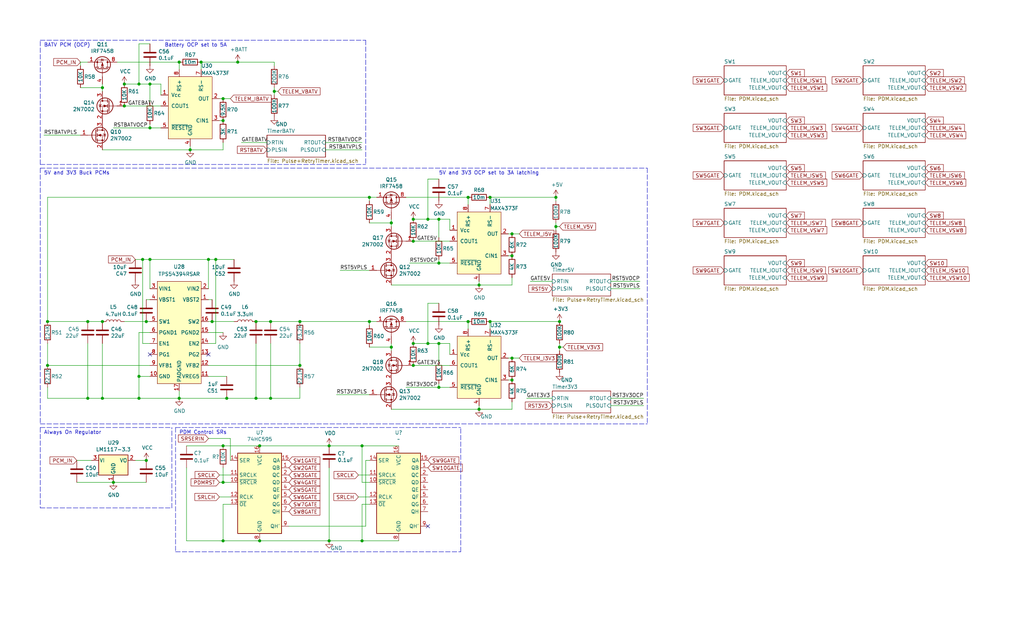
<source format=kicad_sch>
(kicad_sch (version 20211123) (generator eeschema)
  (paper "USLegal")
  (title_block (title "TJ Custom EPS") (rev "0.1") (company "TJHSST Nanosatellite Club") (comment 1 "Power Conditioning Master Sheet") (comment 2 "Uses buck converters to produce 3V3, 5V. Also provides a constant 3.3V VCC") (comment 3 "PDMs are included on this sheet") (comment 4 "Engineer: Alan Hsu"))
  (junction (at 95.25 31.75))
  (junction (at 77.47 41.91))
  (junction (at 135.89 120.65))
  (junction (at 166.37 142.24))
  (junction (at 143.51 83.82))
  (junction (at 162.56 68.58))
  (junction (at 69.85 21.59))
  (junction (at 128.27 111.76))
  (junction (at 50.8 160.02))
  (junction (at 170.18 111.76))
  (junction (at 62.23 138.43))
  (junction (at 52.07 44.45))
  (junction (at 148.59 119.38))
  (junction (at 39.37 167.64))
  (junction (at 93.98 138.43))
  (junction (at 166.37 99.06))
  (junction (at 143.51 119.38))
  (junction (at 148.59 76.2))
  (junction (at 177.8 81.28))
  (junction (at 48.26 29.21))
  (junction (at 90.17 187.96))
  (junction (at 104.14 127))
  (junction (at 114.3 154.94))
  (junction (at 177.8 132.08))
  (junction (at 152.4 91.44))
  (junction (at 152.4 134.62))
  (junction (at 49.53 90.17))
  (junction (at 82.55 21.59))
  (junction (at 135.89 77.47))
  (junction (at 152.4 119.38))
  (junction (at 73.66 111.76))
  (junction (at 35.56 30.48))
  (junction (at 143.51 127))
  (junction (at 162.56 111.76))
  (junction (at 128.27 68.58))
  (junction (at 90.17 154.94))
  (junction (at 177.8 88.9))
  (junction (at 88.9 111.76))
  (junction (at 62.23 21.59))
  (junction (at 72.39 90.17))
  (junction (at 77.47 167.64))
  (junction (at 16.51 127))
  (junction (at 16.51 111.76))
  (junction (at 48.26 138.43))
  (junction (at 194.31 120.65))
  (junction (at 35.56 138.43))
  (junction (at 114.3 187.96))
  (junction (at 52.07 90.17))
  (junction (at 52.07 29.21))
  (junction (at 66.04 52.07))
  (junction (at 30.48 111.76))
  (junction (at 43.18 29.21))
  (junction (at 35.56 111.76))
  (junction (at 50.8 111.76))
  (junction (at 43.18 36.83))
  (junction (at 170.18 68.58))
  (junction (at 125.73 154.94))
  (junction (at 143.51 76.2))
  (junction (at 194.31 111.76))
  (junction (at 48.26 130.81))
  (junction (at 125.73 187.96))
  (junction (at 93.98 111.76))
  (junction (at 77.47 187.96))
  (junction (at 30.48 138.43))
  (junction (at 193.04 68.58))
  (junction (at 177.8 124.46))
  (junction (at 152.4 76.2))
  (junction (at 104.14 111.76))
  (junction (at 193.04 78.74))
  (junction (at 77.47 154.94))
  (junction (at 77.47 34.29))
  (junction (at 88.9 138.43))
  (junction (at 78.74 138.43))
  (junction (at 74.93 90.17))
  (no_connect (at 52.07 123.19))
  (no_connect (at 72.39 123.19))
  (no_connect (at 148.59 182.88))
  (wire (pts (xy 72.39 127) (xy 104.14 127)))
  (polyline (pts (xy 60.96 191.77) (xy 160.02 191.77)))
  (wire (pts (xy 88.9 119.38) (xy 88.9 138.43)))
  (wire (pts (xy 72.39 130.81) (xy 78.74 130.81)))
  (wire (pts (xy 16.51 111.76) (xy 30.48 111.76)))
  (wire (pts (xy 16.51 138.43) (xy 30.48 138.43)))
  (wire (pts (xy 170.18 71.12) (xy 170.18 68.58)))
  (wire (pts (xy 72.39 119.38) (xy 74.93 119.38)))
  (polyline (pts (xy 127 13.97) (xy 127 57.15)))
  (wire (pts (xy 135.89 142.24) (xy 166.37 142.24)))
  (wire (pts (xy 152.4 91.44) (xy 152.4 90.17)))
  (wire (pts (xy 50.8 104.14) (xy 52.07 104.14)))
  (wire (pts (xy 114.3 154.94) (xy 125.73 154.94)))
  (wire (pts (xy 62.23 135.89) (xy 62.23 138.43)))
  (wire (pts (xy 76.2 167.64) (xy 77.47 167.64)))
  (wire (pts (xy 77.47 162.56) (xy 77.47 167.64)))
  (wire (pts (xy 52.07 29.21) (xy 52.07 35.56)))
  (wire (pts (xy 43.18 111.76) (xy 50.8 111.76)))
  (wire (pts (xy 73.66 111.76) (xy 81.28 111.76)))
  (wire (pts (xy 16.51 119.38) (xy 16.51 127)))
  (wire (pts (xy 43.18 36.83) (xy 55.88 36.83)))
  (wire (pts (xy 156.21 119.38) (xy 156.21 123.19)))
  (polyline (pts (xy 13.97 57.15) (xy 127 57.15)))
  (wire (pts (xy 135.89 77.47) (xy 135.89 76.2)))
  (wire (pts (xy 64.77 162.56) (xy 64.77 187.96)))
  (wire (pts (xy 95.25 21.59) (xy 82.55 21.59)))
  (wire (pts (xy 30.48 111.76) (xy 35.56 111.76)))
  (wire (pts (xy 148.59 76.2) (xy 152.4 76.2)))
  (wire (pts (xy 212.09 100.33) (xy 222.25 100.33)))
  (wire (pts (xy 80.01 165.1) (xy 76.2 165.1)))
  (wire (pts (xy 49.53 119.38) (xy 52.07 119.38)))
  (wire (pts (xy 62.23 138.43) (xy 78.74 138.43)))
  (wire (pts (xy 48.26 115.57) (xy 52.07 115.57)))
  (wire (pts (xy 64.77 187.96) (xy 77.47 187.96)))
  (wire (pts (xy 162.56 114.3) (xy 162.56 111.76)))
  (polyline (pts (xy 224.79 58.42) (xy 224.79 147.32)))
  (wire (pts (xy 49.53 90.17) (xy 49.53 119.38)))
  (wire (pts (xy 177.8 132.08) (xy 176.53 132.08)))
  (wire (pts (xy 152.4 76.2) (xy 156.21 76.2)))
  (wire (pts (xy 77.47 154.94) (xy 90.17 154.94)))
  (wire (pts (xy 80.01 175.26) (xy 77.47 175.26)))
  (wire (pts (xy 27.94 22.86) (xy 27.94 21.59)))
  (wire (pts (xy 212.09 138.43) (xy 223.52 138.43)))
  (wire (pts (xy 48.26 29.21) (xy 52.07 29.21)))
  (wire (pts (xy 77.47 41.91) (xy 76.2 41.91)))
  (wire (pts (xy 40.64 21.59) (xy 62.23 21.59)))
  (wire (pts (xy 77.47 187.96) (xy 90.17 187.96)))
  (wire (pts (xy 128.27 172.72) (xy 124.46 172.72)))
  (polyline (pts (xy 13.97 147.32) (xy 224.79 147.32)))
  (wire (pts (xy 162.56 71.12) (xy 162.56 68.58)))
  (polyline (pts (xy 13.97 57.15) (xy 13.97 13.97)))
  (wire (pts (xy 125.73 175.26) (xy 125.73 187.96)))
  (wire (pts (xy 69.85 21.59) (xy 82.55 21.59)))
  (wire (pts (xy 16.51 68.58) (xy 128.27 68.58)))
  (wire (pts (xy 43.18 29.21) (xy 48.26 29.21)))
  (wire (pts (xy 142.24 91.44) (xy 152.4 91.44)))
  (wire (pts (xy 128.27 175.26) (xy 125.73 175.26)))
  (wire (pts (xy 180.34 81.28) (xy 177.8 81.28)))
  (wire (pts (xy 127 160.02) (xy 128.27 160.02)))
  (polyline (pts (xy 59.69 176.53) (xy 59.69 148.59)))
  (wire (pts (xy 49.53 90.17) (xy 52.07 90.17)))
  (wire (pts (xy 148.59 119.38) (xy 152.4 119.38)))
  (wire (pts (xy 128.27 137.16) (xy 116.84 137.16)))
  (wire (pts (xy 48.26 29.21) (xy 48.26 15.24)))
  (wire (pts (xy 125.73 167.64) (xy 125.73 154.94)))
  (polyline (pts (xy 13.97 58.42) (xy 224.79 58.42)))
  (wire (pts (xy 113.03 52.07) (xy 125.73 52.07)))
  (wire (pts (xy 48.26 15.24) (xy 52.07 15.24)))
  (wire (pts (xy 104.14 134.62) (xy 104.14 138.43)))
  (wire (pts (xy 212.09 97.79) (xy 222.25 97.79)))
  (wire (pts (xy 52.07 44.45) (xy 52.07 43.18)))
  (wire (pts (xy 152.4 134.62) (xy 152.4 133.35)))
  (wire (pts (xy 80.01 34.29) (xy 77.47 34.29)))
  (wire (pts (xy 128.27 69.85) (xy 128.27 68.58)))
  (wire (pts (xy 194.31 120.65) (xy 194.31 121.92)))
  (wire (pts (xy 27.94 21.59) (xy 30.48 21.59)))
  (wire (pts (xy 35.56 31.75) (xy 35.56 30.48)))
  (wire (pts (xy 30.48 138.43) (xy 30.48 119.38)))
  (wire (pts (xy 93.98 111.76) (xy 104.14 111.76)))
  (wire (pts (xy 39.37 44.45) (xy 52.07 44.45)))
  (wire (pts (xy 114.3 162.56) (xy 114.3 187.96)))
  (wire (pts (xy 166.37 99.06) (xy 177.8 99.06)))
  (wire (pts (xy 184.15 97.79) (xy 191.77 97.79)))
  (polyline (pts (xy 60.96 148.59) (xy 160.02 148.59)))
  (wire (pts (xy 72.39 104.14) (xy 73.66 104.14)))
  (wire (pts (xy 176.53 81.28) (xy 177.8 81.28)))
  (wire (pts (xy 166.37 142.24) (xy 177.8 142.24)))
  (wire (pts (xy 152.4 119.38) (xy 152.4 125.73)))
  (wire (pts (xy 128.27 120.65) (xy 135.89 120.65)))
  (wire (pts (xy 152.4 76.2) (xy 152.4 82.55)))
  (wire (pts (xy 177.8 88.9) (xy 176.53 88.9)))
  (wire (pts (xy 72.39 90.17) (xy 72.39 100.33)))
  (wire (pts (xy 35.56 30.48) (xy 35.56 29.21)))
  (wire (pts (xy 48.26 130.81) (xy 52.07 130.81)))
  (wire (pts (xy 69.85 24.13) (xy 69.85 21.59)))
  (wire (pts (xy 52.07 29.21) (xy 55.88 29.21)))
  (wire (pts (xy 90.17 154.94) (xy 114.3 154.94)))
  (wire (pts (xy 176.53 124.46) (xy 177.8 124.46)))
  (wire (pts (xy 166.37 97.79) (xy 166.37 99.06)))
  (wire (pts (xy 76.2 34.29) (xy 77.47 34.29)))
  (wire (pts (xy 104.14 119.38) (xy 104.14 127)))
  (wire (pts (xy 74.93 90.17) (xy 81.28 90.17)))
  (wire (pts (xy 48.26 138.43) (xy 48.26 130.81)))
  (wire (pts (xy 128.27 68.58) (xy 130.81 68.58)))
  (wire (pts (xy 113.03 49.53) (xy 125.73 49.53)))
  (wire (pts (xy 31.75 160.02) (xy 26.67 160.02)))
  (polyline (pts (xy 160.02 191.77) (xy 160.02 148.59)))
  (polyline (pts (xy 13.97 176.53) (xy 59.69 176.53)))
  (polyline (pts (xy 13.97 58.42) (xy 13.97 147.32)))
  (wire (pts (xy 138.43 154.94) (xy 125.73 154.94)))
  (wire (pts (xy 143.51 76.2) (xy 148.59 76.2)))
  (wire (pts (xy 128.27 165.1) (xy 124.46 165.1)))
  (wire (pts (xy 27.94 30.48) (xy 35.56 30.48)))
  (wire (pts (xy 193.04 77.47) (xy 193.04 78.74)))
  (wire (pts (xy 52.07 100.33) (xy 52.07 90.17)))
  (wire (pts (xy 182.88 138.43) (xy 191.77 138.43)))
  (wire (pts (xy 90.17 187.96) (xy 114.3 187.96)))
  (wire (pts (xy 95.25 30.48) (xy 95.25 31.75)))
  (wire (pts (xy 83.82 49.53) (xy 92.71 49.53)))
  (wire (pts (xy 135.89 121.92) (xy 135.89 120.65)))
  (wire (pts (xy 80.01 172.72) (xy 76.2 172.72)))
  (wire (pts (xy 52.07 90.17) (xy 72.39 90.17)))
  (wire (pts (xy 48.26 138.43) (xy 62.23 138.43)))
  (wire (pts (xy 80.01 167.64) (xy 77.47 167.64)))
  (wire (pts (xy 95.25 22.86) (xy 95.25 21.59)))
  (wire (pts (xy 128.27 111.76) (xy 130.81 111.76)))
  (wire (pts (xy 80.01 160.02) (xy 80.01 152.4)))
  (wire (pts (xy 39.37 167.64) (xy 50.8 167.64)))
  (wire (pts (xy 128.27 167.64) (xy 125.73 167.64)))
  (wire (pts (xy 156.21 134.62) (xy 152.4 134.62)))
  (wire (pts (xy 80.01 152.4) (xy 72.39 152.4)))
  (wire (pts (xy 77.47 49.53) (xy 77.47 52.07)))
  (wire (pts (xy 100.33 182.88) (xy 127 182.88)))
  (wire (pts (xy 140.97 68.58) (xy 162.56 68.58)))
  (wire (pts (xy 35.56 138.43) (xy 30.48 138.43)))
  (wire (pts (xy 88.9 138.43) (xy 78.74 138.43)))
  (wire (pts (xy 77.47 175.26) (xy 77.47 187.96)))
  (wire (pts (xy 135.89 78.74) (xy 135.89 77.47)))
  (wire (pts (xy 143.51 83.82) (xy 156.21 83.82)))
  (wire (pts (xy 93.98 138.43) (xy 88.9 138.43)))
  (wire (pts (xy 193.04 78.74) (xy 194.31 78.74)))
  (wire (pts (xy 114.3 187.96) (xy 125.73 187.96)))
  (wire (pts (xy 143.51 127) (xy 156.21 127)))
  (wire (pts (xy 26.67 167.64) (xy 39.37 167.64)))
  (wire (pts (xy 27.94 46.99) (xy 15.24 46.99)))
  (wire (pts (xy 16.51 127) (xy 52.07 127)))
  (wire (pts (xy 48.26 115.57) (xy 48.26 130.81)))
  (wire (pts (xy 148.59 105.41) (xy 152.4 105.41)))
  (wire (pts (xy 148.59 76.2) (xy 148.59 62.23)))
  (wire (pts (xy 177.8 96.52) (xy 177.8 99.06)))
  (wire (pts (xy 194.31 120.65) (xy 195.58 120.65)))
  (wire (pts (xy 35.56 52.07) (xy 66.04 52.07)))
  (polyline (pts (xy 13.97 148.59) (xy 59.69 148.59)))
  (wire (pts (xy 55.88 29.21) (xy 55.88 33.02)))
  (wire (pts (xy 135.89 120.65) (xy 135.89 119.38)))
  (wire (pts (xy 156.21 91.44) (xy 152.4 91.44)))
  (wire (pts (xy 104.14 111.76) (xy 128.27 111.76)))
  (wire (pts (xy 16.51 111.76) (xy 16.51 68.58)))
  (wire (pts (xy 140.97 111.76) (xy 162.56 111.76)))
  (wire (pts (xy 193.04 78.74) (xy 193.04 80.01)))
  (wire (pts (xy 212.09 140.97) (xy 223.52 140.97)))
  (wire (pts (xy 66.04 50.8) (xy 66.04 52.07)))
  (wire (pts (xy 177.8 139.7) (xy 177.8 142.24)))
  (wire (pts (xy 128.27 93.98) (xy 118.11 93.98)))
  (wire (pts (xy 170.18 68.58) (xy 193.04 68.58)))
  (wire (pts (xy 128.27 113.03) (xy 128.27 111.76)))
  (wire (pts (xy 193.04 69.85) (xy 193.04 68.58)))
  (polyline (pts (xy 13.97 148.59) (xy 13.97 176.53)))
  (wire (pts (xy 166.37 140.97) (xy 166.37 142.24)))
  (wire (pts (xy 35.56 119.38) (xy 35.56 138.43)))
  (wire (pts (xy 88.9 111.76) (xy 93.98 111.76)))
  (wire (pts (xy 50.8 111.76) (xy 52.07 111.76)))
  (wire (pts (xy 180.34 124.46) (xy 177.8 124.46)))
  (polyline (pts (xy 13.97 13.97) (xy 127 13.97)))
  (wire (pts (xy 46.99 160.02) (xy 50.8 160.02)))
  (wire (pts (xy 104.14 138.43) (xy 93.98 138.43)))
  (wire (pts (xy 148.59 62.23) (xy 152.4 62.23)))
  (wire (pts (xy 156.21 76.2) (xy 156.21 80.01)))
  (wire (pts (xy 74.93 119.38) (xy 74.93 90.17)))
  (wire (pts (xy 64.77 154.94) (xy 77.47 154.94)))
  (wire (pts (xy 66.04 52.07) (xy 77.47 52.07)))
  (wire (pts (xy 125.73 187.96) (xy 138.43 187.96)))
  (wire (pts (xy 62.23 24.13) (xy 62.23 21.59)))
  (wire (pts (xy 128.27 77.47) (xy 135.89 77.47)))
  (wire (pts (xy 72.39 115.57) (xy 77.47 115.57)))
  (wire (pts (xy 93.98 119.38) (xy 93.98 138.43)))
  (wire (pts (xy 170.18 114.3) (xy 170.18 111.76)))
  (wire (pts (xy 72.39 90.17) (xy 74.93 90.17)))
  (wire (pts (xy 35.56 138.43) (xy 48.26 138.43)))
  (wire (pts (xy 148.59 119.38) (xy 148.59 105.41)))
  (wire (pts (xy 46.99 90.17) (xy 49.53 90.17)))
  (wire (pts (xy 95.25 31.75) (xy 96.52 31.75)))
  (wire (pts (xy 194.31 119.38) (xy 194.31 120.65)))
  (wire (pts (xy 127 160.02) (xy 127 182.88)))
  (wire (pts (xy 55.88 44.45) (xy 52.07 44.45)))
  (polyline (pts (xy 60.96 148.59) (xy 60.96 191.77)))
  (wire (pts (xy 170.18 111.76) (xy 194.31 111.76)))
  (wire (pts (xy 72.39 111.76) (xy 73.66 111.76)))
  (wire (pts (xy 135.89 99.06) (xy 166.37 99.06)))
  (wire (pts (xy 143.51 119.38) (xy 148.59 119.38)))
  (wire (pts (xy 16.51 134.62) (xy 16.51 138.43)))
  (wire (pts (xy 140.97 134.62) (xy 152.4 134.62)))
  (wire (pts (xy 95.25 31.75) (xy 95.25 33.02)))
  (wire (pts (xy 152.4 119.38) (xy 156.21 119.38)))
  (text "Battery OCP set to 5A" (at 57.15 16.51 0) (effects (font (size 1.27 1.27)) (justify left bottom)))
  (text "5V and 3V3 Buck PCMs" (at 15.24 60.96 0) (effects (font (size 1.27 1.27)) (justify left bottom)))
  (text "PDM Control SRs" (at 62.23 151.13 0) (effects (font (size 1.27 1.27)) (justify left bottom)))
  (text "Always On Regulator" (at 15.24 151.13 0) (effects (font (size 1.27 1.27)) (justify left bottom)))
  (text "5V and 3V3 OCP set to 3A latching" (at 152.4 60.96 0) (effects (font (size 1.27 1.27)) (justify left bottom)))
  (text "BATV PCM (OCP)" (at 15.24 16.51 0) (effects (font (size 1.27 1.27)) (justify left bottom)))
  (label "GATEBATV" (at 83.82 49.53 0))
  (label "GATE3V3" (at 182.88 138.43 0))
  (label "GATE5V" (at 184.15 97.79 0))
  (label "RST5VOCP" (at 222.25 97.79 180))
  (label "RST5VPLS" (at 118.11 93.98 0))
  (label "RSTBATVOCP" (at 125.73 49.53 180))
  (label "GATE5V" (at 144.78 83.82 0))
  (label "RSTBATVOCP" (at 39.37 44.45 0))
  (label "RSTBATVPLS" (at 15.24 46.99 0))
  (label "RST3V3PLS" (at 223.52 140.97 180))
  (label "RST3V3PLS" (at 116.84 137.16 0))
  (label "RSTBATVPLS" (at 125.73 52.07 180))
  (label "GATE3V3" (at 144.78 127 0))
  (label "RST3V3OCP" (at 223.52 138.43 180))
  (label "RST5VPLS" (at 222.25 100.33 180))
  (label "GATEBATV" (at 44.45 36.83 0))
  (label "RST5VOCP" (at 142.24 91.44 0))
  (label "RST3V3OCP" (at 140.97 134.62 0))
  (global_label "SW2GATE" (shape input) (at 299.72 27.94 180) (property "Intersheet References" "${INTERSHEET_REFS}" (effects hide)))
  (global_label "TELEM_ISW7" (shape input) (at 273.05 77.47 0) (property "Intersheet References" "${INTERSHEET_REFS}" (effects hide)))
  (global_label "RST5V" (shape input) (at 191.77 100.33 180) (property "Intersheet References" "${INTERSHEET_REFS}" (effects hide)))
  (global_label "SW4" (shape input) (at 321.31 41.91 0) (property "Intersheet References" "${INTERSHEET_REFS}" (effects hide)))
  (global_label "TELEM_VSW9" (shape input) (at 273.05 96.52 0) (property "Intersheet References" "${INTERSHEET_REFS}" (effects hide)))
  (global_label "SW6GATE" (shape input) (at 100.33 172.72 0) (property "Intersheet References" "${INTERSHEET_REFS}" (effects hide)))
  (global_label "SRCLK" (shape input) (at 76.2 165.1 180) (property "Intersheet References" "${INTERSHEET_REFS}" (effects hide)))
  (global_label "SW8GATE" (shape input) (at 299.72 77.47 180) (property "Intersheet References" "${INTERSHEET_REFS}" (effects hide)))
  (global_label "TELEM_VSW7" (shape input) (at 273.05 80.01 0) (property "Intersheet References" "${INTERSHEET_REFS}" (effects hide)))
  (global_label "SW3" (shape input) (at 273.05 41.91 0) (property "Intersheet References" "${INTERSHEET_REFS}" (effects hide)))
  (global_label "TELEM_VSW1" (shape input) (at 273.05 30.48 0) (property "Intersheet References" "${INTERSHEET_REFS}" (effects hide)))
  (global_label "SW6GATE" (shape input) (at 299.72 60.96 180) (property "Intersheet References" "${INTERSHEET_REFS}" (effects hide)))
  (global_label "SW7" (shape input) (at 273.05 74.93 0) (property "Intersheet References" "${INTERSHEET_REFS}" (effects hide)))
  (global_label "TELEM_ISW4" (shape input) (at 321.31 44.45 0) (property "Intersheet References" "${INTERSHEET_REFS}" (effects hide)))
  (global_label "SW9" (shape input) (at 273.05 91.44 0) (property "Intersheet References" "${INTERSHEET_REFS}" (effects hide)))
  (global_label "SW10GATE" (shape input) (at 148.59 162.56 0) (property "Intersheet References" "${INTERSHEET_REFS}" (effects hide)))
  (global_label "SRCLK" (shape input) (at 124.46 165.1 180) (property "Intersheet References" "${INTERSHEET_REFS}" (effects hide)))
  (global_label "TELEM_VSW2" (shape input) (at 321.31 30.48 0) (property "Intersheet References" "${INTERSHEET_REFS}" (effects hide)))
  (global_label "TELEM_V5V" (shape input) (at 194.31 78.74 0) (property "Intersheet References" "${INTERSHEET_REFS}" (effects hide)))
  (global_label "TELEM_ISW1" (shape input) (at 273.05 27.94 0) (property "Intersheet References" "${INTERSHEET_REFS}" (effects hide)))
  (global_label "TELEM_ISW9" (shape input) (at 273.05 93.98 0) (property "Intersheet References" "${INTERSHEET_REFS}" (effects hide)))
  (global_label "SW3GATE" (shape input) (at 251.46 44.45 180) (property "Intersheet References" "${INTERSHEET_REFS}" (effects hide)))
  (global_label "SW4GATE" (shape input) (at 100.33 167.64 0) (property "Intersheet References" "${INTERSHEET_REFS}" (effects hide)))
  (global_label "RSTBATV" (shape input) (at 92.71 52.07 180) (property "Intersheet References" "${INTERSHEET_REFS}" (effects hide)))
  (global_label "SRSERIN" (shape input) (at 72.39 152.4 180) (property "Intersheet References" "${INTERSHEET_REFS}" (effects hide)))
  (global_label "TELEM_VSW10" (shape input) (at 321.31 96.52 0) (property "Intersheet References" "${INTERSHEET_REFS}" (effects hide)))
  (global_label "SW2" (shape input) (at 321.31 25.4 0) (property "Intersheet References" "${INTERSHEET_REFS}" (effects hide)))
  (global_label "TELEM_VSW8" (shape input) (at 321.31 80.01 0) (property "Intersheet References" "${INTERSHEET_REFS}" (effects hide)))
  (global_label "SW1" (shape input) (at 273.05 25.4 0) (property "Intersheet References" "${INTERSHEET_REFS}" (effects hide)))
  (global_label "PDMRST" (shape input) (at 76.2 167.64 180) (property "Intersheet References" "${INTERSHEET_REFS}" (effects hide)))
  (global_label "RST3V3" (shape input) (at 191.77 140.97 180) (property "Intersheet References" "${INTERSHEET_REFS}" (effects hide)))
  (global_label "TELEM_ISW8" (shape input) (at 321.31 77.47 0) (property "Intersheet References" "${INTERSHEET_REFS}" (effects hide)))
  (global_label "SW10GATE" (shape input) (at 299.72 93.98 180) (property "Intersheet References" "${INTERSHEET_REFS}" (effects hide)))
  (global_label "SW5GATE" (shape input) (at 100.33 170.18 0) (property "Intersheet References" "${INTERSHEET_REFS}" (effects hide)))
  (global_label "TELEM_VSW5" (shape input) (at 273.05 63.5 0) (property "Intersheet References" "${INTERSHEET_REFS}" (effects hide)))
  (global_label "SW4GATE" (shape input) (at 299.72 44.45 180) (property "Intersheet References" "${INTERSHEET_REFS}" (effects hide)))
  (global_label "PCM_IN" (shape input) (at 27.94 21.59 180) (property "Intersheet References" "${INTERSHEET_REFS}" (effects hide)))
  (global_label "PCM_IN" (shape input) (at 46.99 90.17 180) (property "Intersheet References" "${INTERSHEET_REFS}" (effects hide)))
  (global_label "SW9GATE" (shape input) (at 251.46 93.98 180) (property "Intersheet References" "${INTERSHEET_REFS}" (effects hide)))
  (global_label "TELEM_ISW10" (shape input) (at 321.31 93.98 0) (property "Intersheet References" "${INTERSHEET_REFS}" (effects hide)))
  (global_label "TELEM_ISW5" (shape input) (at 273.05 60.96 0) (property "Intersheet References" "${INTERSHEET_REFS}" (effects hide)))
  (global_label "SW7GATE" (shape input) (at 251.46 77.47 180) (property "Intersheet References" "${INTERSHEET_REFS}" (effects hide)))
  (global_label "TELEM_ISW6" (shape input) (at 321.31 60.96 0) (property "Intersheet References" "${INTERSHEET_REFS}" (effects hide)))
  (global_label "PCM_IN" (shape input) (at 26.67 160.02 180) (property "Intersheet References" "${INTERSHEET_REFS}" (effects hide)))
  (global_label "TELEM_I5V" (shape input) (at 180.34 81.28 0) (property "Intersheet References" "${INTERSHEET_REFS}" (effects hide)))
  (global_label "TELEM_VSW4" (shape input) (at 321.31 46.99 0) (property "Intersheet References" "${INTERSHEET_REFS}" (effects hide)))
  (global_label "TELEM_VSW6" (shape input) (at 321.31 63.5 0) (property "Intersheet References" "${INTERSHEET_REFS}" (effects hide)))
  (global_label "SW8" (shape input) (at 321.31 74.93 0) (property "Intersheet References" "${INTERSHEET_REFS}" (effects hide)))
  (global_label "SW3GATE" (shape input) (at 100.33 165.1 0) (property "Intersheet References" "${INTERSHEET_REFS}" (effects hide)))
  (global_label "SW2GATE" (shape input) (at 100.33 162.56 0) (property "Intersheet References" "${INTERSHEET_REFS}" (effects hide)))
  (global_label "SW5GATE" (shape input) (at 251.46 60.96 180) (property "Intersheet References" "${INTERSHEET_REFS}" (effects hide)))
  (global_label "SW7GATE" (shape input) (at 100.33 175.26 0) (property "Intersheet References" "${INTERSHEET_REFS}" (effects hide)))
  (global_label "SW8GATE" (shape input) (at 100.33 177.8 0) (property "Intersheet References" "${INTERSHEET_REFS}" (effects hide)))
  (global_label "SW5" (shape input) (at 273.05 58.42 0) (property "Intersheet References" "${INTERSHEET_REFS}" (effects hide)))
  (global_label "TELEM_IBATV" (shape input) (at 80.01 34.29 0) (property "Intersheet References" "${INTERSHEET_REFS}" (effects hide)))
  (global_label "TELEM_V3V3" (shape input) (at 195.58 120.65 0) (property "Intersheet References" "${INTERSHEET_REFS}" (effects hide)))
  (global_label "TELEM_I3V3" (shape input) (at 180.34 124.46 0) (property "Intersheet References" "${INTERSHEET_REFS}" (effects hide)))
  (global_label "SRLCH" (shape input) (at 124.46 172.72 180) (property "Intersheet References" "${INTERSHEET_REFS}" (effects hide)))
  (global_label "TELEM_VBATV" (shape input) (at 96.52 31.75 0) (property "Intersheet References" "${INTERSHEET_REFS}" (effects hide)))
  (global_label "SRLCH" (shape input) (at 76.2 172.72 180) (property "Intersheet References" "${INTERSHEET_REFS}" (effects hide)))
  (global_label "SW6" (shape input) (at 321.31 58.42 0) (property "Intersheet References" "${INTERSHEET_REFS}" (effects hide)))
  (global_label "SW1GATE" (shape input) (at 251.46 27.94 180) (property "Intersheet References" "${INTERSHEET_REFS}" (effects hide)))
  (global_label "TELEM_VSW3" (shape input) (at 273.05 46.99 0) (property "Intersheet References" "${INTERSHEET_REFS}" (effects hide)))
  (global_label "TELEM_ISW3" (shape input) (at 273.05 44.45 0) (property "Intersheet References" "${INTERSHEET_REFS}" (effects hide)))
  (global_label "SW1GATE" (shape input) (at 100.33 160.02 0) (property "Intersheet References" "${INTERSHEET_REFS}" (effects hide)))
  (global_label "SW10" (shape input) (at 321.31 91.44 0) (property "Intersheet References" "${INTERSHEET_REFS}" (effects hide)))
  (global_label "TELEM_ISW2" (shape input) (at 321.31 27.94 0) (property "Intersheet References" "${INTERSHEET_REFS}" (effects hide)))
  (global_label "SW9GATE" (shape input) (at 148.59 160.02 0) (property "Intersheet References" "${INTERSHEET_REFS}" (effects hide)))
  (symbol (lib_id "Device:C") (at 46.99 93.98 180) (unit 1)
    (property "Reference" "C47" (at 44.069 95.1484 0) (effects (justify left)))
    (property "Value" "10uF" (at 44.069 92.837 0) (effects (justify left)))
    (property "Footprint" "Capacitor_SMD:C_0805_2012Metric" (effects hide))
  )
  (symbol (lib_id "Device:C") (at 50.8 107.95 0) (mirror y) (unit 1)
    (property "Reference" "C48" (at 47.879 106.7816 0) (effects (justify left)))
    (property "Value" "0.1uF" (at 47.879 109.093 0) (effects (justify left)))
    (property "Footprint" "Capacitor_SMD:C_0805_2012Metric" (effects hide))
  )
  (symbol (lib_id "Device:C") (at 73.66 107.95 0) (unit 1)
    (property "Reference" "C49" (at 76.581 106.7816 0) (effects (justify left)))
    (property "Value" "0.1uF" (at 76.581 109.093 0) (effects (justify left)))
    (property "Footprint" "Capacitor_SMD:C_0805_2012Metric" (effects hide))
  )
  (symbol (lib_id "power:GND") (at 46.99 97.79 0) (unit 1)
    (property "Reference" "#PWR079" (effects hide))
    (property "Value" "GND" (at 47.117 102.1842 0))
  )
  (symbol (lib_id "power:+BATT") (at 82.55 21.59 0) (unit 1)
    (property "Reference" "#PWR094" (effects hide))
    (property "Value" "+BATT" (at 82.931 17.1958 0))
  )
  (symbol (lib_id "power:+5V") (at 193.04 68.58 0) (unit 1)
    (property "Reference" "#PWR096" (effects hide))
    (property "Value" "+5V" (at 193.421 64.1858 0))
  )
  (symbol (lib_id "power:+3V3") (at 194.31 111.76 0) (unit 1)
    (property "Reference" "#PWR098" (effects hide))
    (property "Value" "+3V3" (at 194.691 107.3658 0))
  )
  (symbol (lib_id "Regulator_Linear:LM1117-3.3") (at 39.37 160.02 0) (unit 1)
    (property "Reference" "U29" (at 39.37 153.8732 0))
    (property "Value" "LM1117-3.3" (at 39.37 156.1846 0))
    (property "Footprint" "Package_TO_SOT_SMD:SOT-223-3_TabPin2" (effects hide))
    (property "Datasheet" "http://www.ti.com/lit/ds/symlink/lm1117.pdf" (effects hide))
  )
  (symbol (lib_id "Device:R") (at 95.25 26.67 0) (unit 1)
    (property "Reference" "R76" (at 96.52 26.67 0) (effects (justify left)))
    (property "Value" "200K" (at 95.25 26.67 90))
    (property "Footprint" "Resistor_SMD:R_0805_2012Metric" (effects hide))
  )
  (symbol (lib_id "Device:R") (at 95.25 36.83 0) (unit 1)
    (property "Reference" "R77" (at 96.52 36.83 0) (effects (justify left)))
    (property "Value" "100K" (at 95.25 36.83 90))
    (property "Footprint" "Resistor_SMD:R_0805_2012Metric" (effects hide))
  )
  (symbol (lib_id "Device:C") (at 26.67 163.83 0) (unit 1)
    (property "Reference" "C50" (at 29.591 162.6616 0) (effects (justify left)))
    (property "Value" "10uF" (at 29.591 164.973 0) (effects (justify left)))
    (property "Footprint" "Capacitor_SMD:C_0805_2012Metric" (effects hide))
  )
  (symbol (lib_id "Device:C") (at 50.8 163.83 0) (unit 1)
    (property "Reference" "C55" (at 53.721 162.6616 0) (effects (justify left)))
    (property "Value" "10uF" (at 53.721 164.973 0) (effects (justify left)))
    (property "Footprint" "Capacitor_SMD:C_0805_2012Metric" (effects hide))
  )
  (symbol (lib_id "power:GND") (at 95.25 40.64 0) (unit 1)
    (property "Reference" "#PWR095" (effects hide))
    (property "Value" "GND" (at 97.79 43.18 0))
  )
  (symbol (lib_id "power:GND") (at 39.37 167.64 0) (unit 1)
    (property "Reference" "#PWR083" (effects hide))
    (property "Value" "GND" (at 39.497 172.0342 0))
  )
  (symbol (lib_id "Transistor_FET:2N7002") (at 38.1 36.83 0) (mirror y) (unit 1)
    (property "Reference" "Q14" (at 32.893 35.6616 0) (effects (justify left)))
    (property "Value" "2N7002" (at 32.893 37.973 0) (effects (justify left)))
    (property "Footprint" "Package_TO_SOT_SMD:SOT-23" (effects hide))
    (property "Datasheet" "https://www.onsemi.com/pub/Collateral/NDS7002A-D.PDF" (effects hide))
  )
  (symbol (lib_id "Transistor_FET:IRF7404") (at 35.56 24.13 270) (mirror x) (unit 1)
    (property "Reference" "Q11" (at 35.56 15.4432 90))
    (property "Value" "IRF7458" (at 35.56 17.7546 90))
    (property "Footprint" "Package_SO:SOIC-8_3.9x4.9mm_P1.27mm" (effects hide))
    (property "Datasheet" "http://www.infineon.com/dgdl/irf7404.pdf?fileId=5546d462533600a4015355fa2b5b1b9e" (effects hide))
  )
  (symbol (lib_id "Device:R") (at 27.94 26.67 0) (unit 1)
    (property "Reference" "R58" (at 29.21 26.67 0) (effects (justify left)))
    (property "Value" "10K" (at 27.94 26.67 90))
    (property "Footprint" "Resistor_SMD:R_0805_2012Metric" (effects hide))
  )
  (symbol (lib_id "Device:R") (at 43.18 33.02 0) (unit 1)
    (property "Reference" "R61" (at 44.45 31.75 0) (effects (justify left)))
    (property "Value" "10K" (at 43.18 33.02 90))
    (property "Footprint" "Resistor_SMD:R_0805_2012Metric" (effects hide))
  )
  (symbol (lib_id "power:VCC") (at 43.18 29.21 0) (unit 1)
    (property "Reference" "#PWR085" (effects hide))
    (property "Value" "VCC" (at 43.561 24.8158 0))
  )
  (symbol (lib_id "power:GND") (at 66.04 52.07 0) (unit 1)
    (property "Reference" "#PWR091" (effects hide))
    (property "Value" "GND" (at 66.167 56.4642 0))
  )
  (symbol (lib_id "Device:R") (at 77.47 45.72 0) (unit 1)
    (property "Reference" "R71" (at 78.74 45.72 0) (effects (justify left)))
    (property "Value" "3K" (at 77.47 45.72 90))
    (property "Footprint" "Resistor_SMD:R_0805_2012Metric" (effects hide))
  )
  (symbol (lib_id "Device:R") (at 77.47 38.1 0) (unit 1)
    (property "Reference" "R70" (at 78.74 38.1 0) (effects (justify left)))
    (property "Value" "9.5K" (at 77.47 38.1 90))
    (property "Footprint" "Resistor_SMD:R_0805_2012Metric" (effects hide))
  )
  (symbol (lib_id "Device:R") (at 52.07 39.37 0) (unit 1)
    (property "Reference" "R64" (at 53.34 39.37 0) (effects (justify left)))
    (property "Value" "10K" (at 52.07 39.37 90))
    (property "Footprint" "Resistor_SMD:R_0805_2012Metric" (effects hide))
  )
  (symbol (lib_id "Device:C") (at 52.07 19.05 0) (unit 1)
    (property "Reference" "C56" (at 54.991 17.8816 0) (effects (justify left)))
    (property "Value" "0.1uF" (at 54.991 20.193 0) (effects (justify left)))
    (property "Footprint" "Capacitor_SMD:C_0805_2012Metric" (effects hide))
  )
  (symbol (lib_id "Device:R") (at 66.04 21.59 270) (unit 1)
    (property "Reference" "R67" (at 66.04 19.05 90))
    (property "Value" "10m" (at 66.04 21.59 90))
    (property "Footprint" "Resistor_SMD:R_1206_3216Metric" (effects hide))
  )
  (symbol (lib_id "symbols:MAX4373F") (at 66.04 24.13 0) (unit 1)
    (property "Reference" "U30" (at 69.85 22.86 0) (effects (justify left)))
    (property "Value" "MAX4373F" (at 69.85 25.4 0) (effects (justify left)))
    (property "Footprint" "Package_SO:SO-8_3.9x4.9mm_P1.27mm" (effects hide))
  )
  (symbol (lib_id "power:GND") (at 52.07 22.86 0) (unit 1)
    (property "Reference" "#PWR088" (effects hide))
    (property "Value" "GND" (at 52.197 27.2542 0))
  )
  (symbol (lib_id "Device:R") (at 193.04 73.66 0) (unit 1)
    (property "Reference" "R78" (at 194.31 73.66 0) (effects (justify left)))
    (property "Value" "100K" (at 193.04 73.66 90))
    (property "Footprint" "Resistor_SMD:R_0805_2012Metric" (effects hide))
  )
  (symbol (lib_id "Device:R") (at 193.04 83.82 0) (unit 1)
    (property "Reference" "R79" (at 194.31 83.82 0) (effects (justify left)))
    (property "Value" "100K" (at 193.04 83.82 90))
    (property "Footprint" "Resistor_SMD:R_0805_2012Metric" (effects hide))
  )
  (symbol (lib_id "power:VCC") (at 50.8 160.02 0) (unit 1)
    (property "Reference" "#PWR084" (effects hide))
    (property "Value" "VCC" (at 51.181 155.6258 0))
  )
  (symbol (lib_id "power:GND") (at 193.04 87.63 0) (unit 1)
    (property "Reference" "#PWR097" (effects hide))
    (property "Value" "GND" (at 193.167 92.0242 0))
  )
  (symbol (lib_id "Device:R") (at 194.31 115.57 0) (unit 1)
    (property "Reference" "R80" (at 195.58 115.57 0) (effects (justify left)))
    (property "Value" "100K" (at 194.31 115.57 90))
    (property "Footprint" "Resistor_SMD:R_0805_2012Metric" (effects hide))
  )
  (symbol (lib_id "Device:R") (at 194.31 125.73 0) (unit 1)
    (property "Reference" "R81" (at 195.58 125.73 0) (effects (justify left)))
    (property "Value" "100K" (at 194.31 125.73 90))
    (property "Footprint" "Resistor_SMD:R_0805_2012Metric" (effects hide))
  )
  (symbol (lib_id "power:GND") (at 194.31 129.54 0) (unit 1)
    (property "Reference" "#PWR099" (effects hide))
    (property "Value" "GND" (at 196.85 132.08 0))
  )
  (symbol (lib_id "Transistor_FET:2N7002") (at 138.43 83.82 0) (mirror y) (unit 1)
    (property "Reference" "Q17" (at 133.223 82.6516 0) (effects (justify left)))
    (property "Value" "2N7002" (at 133.223 84.963 0) (effects (justify left)))
    (property "Footprint" "Package_TO_SOT_SMD:SOT-23" (effects hide))
    (property "Datasheet" "https://www.onsemi.com/pub/Collateral/NDS7002A-D.PDF" (effects hide))
  )
  (symbol (lib_id "Transistor_FET:IRF7404") (at 135.89 71.12 270) (mirror x) (unit 1)
    (property "Reference" "Q15" (at 135.89 62.4332 90))
    (property "Value" "IRF7458" (at 135.89 64.7446 90))
    (property "Footprint" "Package_SO:SOIC-8_3.9x4.9mm_P1.27mm" (effects hide))
    (property "Datasheet" "http://www.infineon.com/dgdl/irf7404.pdf?fileId=5546d462533600a4015355fa2b5b1b9e" (effects hide))
  )
  (symbol (lib_id "Device:R") (at 143.51 80.01 0) (unit 1)
    (property "Reference" "R62" (at 144.78 78.74 0) (effects (justify left)))
    (property "Value" "10K" (at 143.51 80.01 90))
    (property "Footprint" "Resistor_SMD:R_0805_2012Metric" (effects hide))
  )
  (symbol (lib_id "power:VCC") (at 143.51 76.2 0) (unit 1)
    (property "Reference" "#PWR086" (effects hide))
    (property "Value" "VCC" (at 143.891 71.8058 0))
  )
  (symbol (lib_id "power:GND") (at 166.37 99.06 0) (unit 1)
    (property "Reference" "#PWR092" (effects hide))
    (property "Value" "GND" (at 166.497 103.4542 0))
  )
  (symbol (lib_id "Device:R") (at 177.8 92.71 0) (unit 1)
    (property "Reference" "R73" (at 179.07 92.71 0) (effects (justify left)))
    (property "Value" "4K" (at 177.8 92.71 90))
    (property "Footprint" "Resistor_SMD:R_0805_2012Metric" (effects hide))
  )
  (symbol (lib_id "Device:R") (at 177.8 85.09 0) (unit 1)
    (property "Reference" "R72" (at 179.07 85.09 0) (effects (justify left)))
    (property "Value" "6K" (at 177.8 85.09 90))
    (property "Footprint" "Resistor_SMD:R_0805_2012Metric" (effects hide))
  )
  (symbol (lib_id "Device:R") (at 152.4 86.36 0) (unit 1)
    (property "Reference" "R65" (at 153.67 86.36 0) (effects (justify left)))
    (property "Value" "10K" (at 152.4 86.36 90))
    (property "Footprint" "Resistor_SMD:R_0805_2012Metric" (effects hide))
  )
  (symbol (lib_id "Device:C") (at 152.4 66.04 0) (unit 1)
    (property "Reference" "C57" (at 155.321 64.8716 0) (effects (justify left)))
    (property "Value" "0.1uF" (at 155.321 67.183 0) (effects (justify left)))
    (property "Footprint" "Capacitor_SMD:C_0805_2012Metric" (effects hide))
  )
  (symbol (lib_id "Device:R") (at 166.37 68.58 270) (unit 1)
    (property "Reference" "R68" (at 166.37 66.04 90))
    (property "Value" "10m" (at 166.37 68.58 90))
    (property "Footprint" "Resistor_SMD:R_1206_3216Metric" (effects hide))
  )
  (symbol (lib_id "symbols:MAX4373F") (at 166.37 71.12 0) (unit 1)
    (property "Reference" "U31" (at 170.18 69.85 0) (effects (justify left)))
    (property "Value" "MAX4373F" (at 170.18 72.39 0) (effects (justify left)))
    (property "Footprint" "Package_SO:SO-8_3.9x4.9mm_P1.27mm" (effects hide))
  )
  (symbol (lib_id "power:GND") (at 152.4 69.85 0) (unit 1)
    (property "Reference" "#PWR089" (effects hide))
    (property "Value" "GND" (at 152.527 74.2442 0))
  )
  (symbol (lib_id "Device:R") (at 128.27 73.66 0) (unit 1)
    (property "Reference" "R59" (at 129.54 73.66 0) (effects (justify left)))
    (property "Value" "10K" (at 128.27 73.66 90))
    (property "Footprint" "Resistor_SMD:R_0805_2012Metric" (effects hide))
  )
  (symbol (lib_id "Transistor_FET:2N7002") (at 33.02 46.99 0) (unit 1)
    (property "Reference" "Q10" (at 38.227 45.8216 0) (effects (justify left)))
    (property "Value" "2N7002" (at 38.227 48.133 0) (effects (justify left)))
    (property "Footprint" "Package_TO_SOT_SMD:SOT-23" (effects hide))
    (property "Datasheet" "https://www.onsemi.com/pub/Collateral/NDS7002A-D.PDF" (effects hide))
  )
  (symbol (lib_id "Transistor_FET:2N7002") (at 138.43 127 0) (mirror y) (unit 1)
    (property "Reference" "Q18" (at 133.223 125.8316 0) (effects (justify left)))
    (property "Value" "2N7002" (at 133.223 128.143 0) (effects (justify left)))
    (property "Footprint" "Package_TO_SOT_SMD:SOT-23" (effects hide))
    (property "Datasheet" "https://www.onsemi.com/pub/Collateral/NDS7002A-D.PDF" (effects hide))
  )
  (symbol (lib_id "Transistor_FET:IRF7404") (at 135.89 114.3 270) (mirror x) (unit 1)
    (property "Reference" "Q16" (at 135.89 105.6132 90))
    (property "Value" "IRF7458" (at 135.89 107.9246 90))
    (property "Footprint" "Package_SO:SOIC-8_3.9x4.9mm_P1.27mm" (effects hide))
    (property "Datasheet" "http://www.infineon.com/dgdl/irf7404.pdf?fileId=5546d462533600a4015355fa2b5b1b9e" (effects hide))
  )
  (symbol (lib_id "Device:R") (at 143.51 123.19 0) (unit 1)
    (property "Reference" "R63" (at 144.78 121.92 0) (effects (justify left)))
    (property "Value" "10K" (at 143.51 123.19 90))
    (property "Footprint" "Resistor_SMD:R_0805_2012Metric" (effects hide))
  )
  (symbol (lib_id "power:VCC") (at 143.51 119.38 0) (unit 1)
    (property "Reference" "#PWR087" (effects hide))
    (property "Value" "VCC" (at 143.891 114.9858 0))
  )
  (symbol (lib_id "power:GND") (at 166.37 142.24 0) (unit 1)
    (property "Reference" "#PWR093" (effects hide))
    (property "Value" "GND" (at 168.91 144.78 0))
  )
  (symbol (lib_id "Device:R") (at 177.8 135.89 0) (unit 1)
    (property "Reference" "R75" (at 179.07 135.89 0) (effects (justify left)))
    (property "Value" "4K" (at 177.8 135.89 90))
    (property "Footprint" "Resistor_SMD:R_0805_2012Metric" (effects hide))
  )
  (symbol (lib_id "Device:R") (at 177.8 128.27 0) (unit 1)
    (property "Reference" "R74" (at 179.07 128.27 0) (effects (justify left)))
    (property "Value" "6K" (at 177.8 128.27 90))
    (property "Footprint" "Resistor_SMD:R_0805_2012Metric" (effects hide))
  )
  (symbol (lib_id "Device:R") (at 152.4 129.54 0) (unit 1)
    (property "Reference" "R66" (at 153.67 129.54 0) (effects (justify left)))
    (property "Value" "10K" (at 152.4 129.54 90))
    (property "Footprint" "Resistor_SMD:R_0805_2012Metric" (effects hide))
  )
  (symbol (lib_id "Device:C") (at 152.4 109.22 0) (unit 1)
    (property "Reference" "C58" (at 155.321 108.0516 0) (effects (justify left)))
    (property "Value" "0.1uF" (at 155.321 110.363 0) (effects (justify left)))
    (property "Footprint" "Capacitor_SMD:C_0805_2012Metric" (effects hide))
  )
  (symbol (lib_id "Device:R") (at 166.37 111.76 270) (unit 1)
    (property "Reference" "R69" (at 166.37 109.22 90))
    (property "Value" "10m" (at 166.37 111.76 90))
    (property "Footprint" "Resistor_SMD:R_1206_3216Metric" (effects hide))
  )
  (symbol (lib_id "symbols:MAX4373F") (at 166.37 114.3 0) (unit 1)
    (property "Reference" "U32" (at 170.18 113.03 0) (effects (justify left)))
    (property "Value" "MAX4373F" (at 170.18 115.57 0) (effects (justify left)))
    (property "Footprint" "Package_SO:SO-8_3.9x4.9mm_P1.27mm" (effects hide))
  )
  (symbol (lib_id "power:GND") (at 152.4 113.03 0) (unit 1)
    (property "Reference" "#PWR090" (effects hide))
    (property "Value" "GND" (at 152.527 117.4242 0))
  )
  (symbol (lib_id "Device:R") (at 128.27 116.84 0) (unit 1)
    (property "Reference" "R60" (at 129.54 116.84 0) (effects (justify left)))
    (property "Value" "10K" (at 128.27 116.84 90))
    (property "Footprint" "Resistor_SMD:R_0805_2012Metric" (effects hide))
  )
  (symbol (lib_id "Transistor_FET:2N7002") (at 133.35 93.98 0) (unit 1)
    (property "Reference" "Q12" (at 138.557 92.8116 0) (effects (justify left)))
    (property "Value" "2N7002" (at 138.557 95.123 0) (effects (justify left)))
    (property "Footprint" "Package_TO_SOT_SMD:SOT-23" (effects hide))
    (property "Datasheet" "https://www.onsemi.com/pub/Collateral/NDS7002A-D.PDF" (effects hide))
  )
  (symbol (lib_id "Transistor_FET:2N7002") (at 133.35 137.16 0) (unit 1)
    (property "Reference" "Q13" (at 138.557 135.9916 0) (effects (justify left)))
    (property "Value" "2N7002" (at 138.557 138.303 0) (effects (justify left)))
    (property "Footprint" "Package_TO_SOT_SMD:SOT-23" (effects hide))
    (property "Datasheet" "https://www.onsemi.com/pub/Collateral/NDS7002A-D.PDF" (effects hide))
  )
  (symbol (lib_id "Device:C") (at 35.56 115.57 0) (unit 1)
    (property "Reference" "C46" (at 38.481 114.4016 0) (effects (justify left)))
    (property "Value" "22uF" (at 38.481 116.713 0) (effects (justify left)))
    (property "Footprint" "Capacitor_SMD:C_1210_3225Metric" (effects hide))
  )
  (symbol (lib_id "Device:C") (at 30.48 115.57 0) (mirror y) (unit 1)
    (property "Reference" "C45" (at 27.559 114.4016 0) (effects (justify left)))
    (property "Value" "22uF" (at 27.559 116.713 0) (effects (justify left)))
    (property "Footprint" "Capacitor_SMD:C_1210_3225Metric" (effects hide))
  )
  (symbol (lib_id "74xx:74HC595") (at 90.17 170.18 0) (unit 1)
    (property "Reference" "U?" (at 90.17 150.3426 0))
    (property "Value" "74HC595" (at 90.17 152.654 0))
    (property "Footprint" "Package_SO:SOIC-16_3.9x9.9mm_P1.27mm" (effects hide))
    (property "Datasheet" "http://www.ti.com/lit/ds/symlink/sn74hc595.pdf" (effects hide))
  )
  (symbol (lib_id "Device:C") (at 88.9 115.57 0) (mirror y) (unit 1)
    (property "Reference" "C53" (at 85.979 114.4016 0) (effects (justify left)))
    (property "Value" "22uF" (at 85.979 116.713 0) (effects (justify left)))
    (property "Footprint" "Capacitor_SMD:C_1210_3225Metric" (effects hide))
  )
  (symbol (lib_id "Device:C") (at 64.77 158.75 0) (unit 1)
    (property "Reference" "C?" (at 67.31 157.48 0) (effects (justify left)))
    (property "Value" "0.1uF" (at 67.31 160.02 0) (effects (justify left)))
    (property "Footprint" "Capacitor_SMD:C_0805_2012Metric" (effects hide))
  )
  (symbol (lib_id "74xx:74HC595") (at 138.43 170.18 0) (unit 1)
    (property "Reference" "U?" (at 138.43 150.3426 0))
    (property "Value" "~" (at 138.43 152.654 0))
    (property "Datasheet" "http://www.ti.com/lit/ds/symlink/sn74hc595.pdf" (effects hide))
  )
  (symbol (lib_id "Device:L") (at 85.09 111.76 90) (unit 1)
    (property "Reference" "L6" (at 85.09 106.68 90))
    (property "Value" "3.3uH" (at 85.09 109.22 90))
    (property "Footprint" "Inductor_SMD:L_Abracon_ASPI-0630LR" (effects hide))
  )
  (symbol (lib_id "power:VDD") (at 114.3 154.94 0) (unit 1)
    (property "Reference" "#PWR?" (effects hide))
    (property "Value" "VDD" (at 114.681 150.5458 0))
  )
  (symbol (lib_id "power:GND") (at 81.28 97.79 0) (unit 1)
    (property "Reference" "#PWR082" (effects hide))
    (property "Value" "GND" (at 81.407 102.1842 0))
  )
  (symbol (lib_id "power:GND") (at 62.23 138.43 0) (unit 1)
    (property "Reference" "#PWR080" (effects hide))
    (property "Value" "GND" (at 62.357 142.8242 0))
  )
  (symbol (lib_id "Device:C") (at 81.28 93.98 180) (unit 1)
    (property "Reference" "C52" (at 78.359 95.1484 0) (effects (justify left)))
    (property "Value" "10uF" (at 78.359 92.837 0) (effects (justify left)))
    (property "Footprint" "Capacitor_SMD:C_0805_2012Metric" (effects hide))
  )
  (symbol (lib_id "Device:R") (at 104.14 115.57 0) (unit 1)
    (property "Reference" "R56" (at 105.41 115.57 0) (effects (justify left)))
    (property "Value" "73.2K" (at 104.14 115.57 90))
    (property "Footprint" "Resistor_SMD:R_0805_2012Metric" (effects hide))
  )
  (symbol (lib_id "Device:R") (at 104.14 130.81 0) (unit 1)
    (property "Reference" "R57" (at 105.41 130.81 0) (effects (justify left)))
    (property "Value" "22.1K" (at 104.14 130.81 90))
    (property "Footprint" "Resistor_SMD:R_0805_2012Metric" (effects hide))
  )
  (symbol (lib_id "power:GND") (at 77.47 115.57 0) (unit 1)
    (property "Reference" "#PWR081" (effects hide))
    (property "Value" "GND" (at 77.47 120.65 0))
  )
  (symbol (lib_id "Device:C") (at 78.74 134.62 180) (unit 1)
    (property "Reference" "C51" (at 75.819 135.7884 0) (effects (justify left)))
    (property "Value" "1uF" (at 75.819 133.477 0) (effects (justify left)))
    (property "Footprint" "Capacitor_SMD:C_0805_2012Metric" (effects hide))
  )
  (symbol (lib_id "Device:R") (at 16.51 130.81 0) (unit 1)
    (property "Reference" "R52" (at 17.78 130.81 0) (effects (justify left)))
    (property "Value" "22.1K" (at 16.51 130.81 90))
    (property "Footprint" "Resistor_SMD:R_0805_2012Metric" (effects hide))
  )
  (symbol (lib_id "symbols:TPS54394RSAR") (at 62.23 97.79 0) (unit 1)
    (property "Reference" "U28" (at 62.23 92.71 0))
    (property "Value" "TPS54394RSAR" (at 62.23 95.25 0))
    (property "Footprint" "Package_DFN_QFN:Texas_S-PVQFN-N16_EP2.7x2.7mm_ThermalVias" (effects hide))
  )
  (symbol (lib_id "power:GND") (at 114.3 187.96 0) (unit 1)
    (property "Reference" "#PWR?" (effects hide))
    (property "Value" "GND" (at 116.84 190.5 0))
  )
  (symbol (lib_id "Device:R") (at 16.51 115.57 0) (unit 1)
    (property "Reference" "R51" (at 17.78 115.57 0) (effects (justify left)))
    (property "Value" "124K" (at 16.51 115.57 90))
    (property "Footprint" "Resistor_SMD:R_0805_2012Metric" (effects hide))
  )
  (symbol (lib_id "Device:C") (at 93.98 115.57 0) (unit 1)
    (property "Reference" "C54" (at 96.901 114.4016 0) (effects (justify left)))
    (property "Value" "22uF" (at 96.901 116.713 0) (effects (justify left)))
    (property "Footprint" "Capacitor_SMD:C_1210_3225Metric" (effects hide))
  )
  (symbol (lib_id "Device:R") (at 77.47 158.75 0) (unit 1)
    (property "Reference" "R?" (at 76.2 158.75 0) (effects (justify right)))
    (property "Value" "10K" (at 77.47 158.75 90))
    (property "Footprint" "Resistor_SMD:R_0805_2012Metric" (effects hide))
  )
  (symbol (lib_id "Device:C") (at 114.3 158.75 0) (unit 1)
    (property "Reference" "C?" (at 117.221 157.5816 0) (effects (justify left)))
    (property "Value" "0.1uF" (at 117.221 159.893 0) (effects (justify left)))
    (property "Footprint" "Capacitor_SMD:C_0805_2012Metric" (effects hide))
  )
  (symbol (lib_id "Device:L") (at 39.37 111.76 90) (unit 1)
    (property "Reference" "L5" (at 39.37 106.68 90))
    (property "Value" "4.7uH" (at 39.37 109.22 90))
    (property "Footprint" "Inductor_SMD:L_Abracon_ASPI-0630LR" (effects hide))
  )
  (sheet (at 92.71 46.99) (size 20.32 7.62)
    (property "Sheet name" "TimerBATV" (at 92.71 46.2784 0) (effects (justify left bottom)))
    (property "Sheet file" "Pulse+RetryTimer.kicad_sch" (at 92.71 55.1946 0) (effects (justify left top)))
    (pin "RTOUT" input (at 113.03 49.53 0))
    (pin "RTIN" input (at 92.71 49.53 180))
    (pin "PLSIN" input (at 92.71 52.07 180))
    (pin "PLSOUT" input (at 113.03 52.07 0))
  )
  (sheet (at 191.77 95.25) (size 20.32 7.62)
    (property "Sheet name" "Timer5V" (at 191.77 94.5384 0) (effects (justify left bottom)))
    (property "Sheet file" "Pulse+RetryTimer.kicad_sch" (at 191.77 103.4546 0) (effects (justify left top)))
    (pin "RTOUT" input (at 212.09 97.79 0))
    (pin "RTIN" input (at 191.77 97.79 180))
    (pin "PLSIN" input (at 191.77 100.33 180))
    (pin "PLSOUT" input (at 212.09 100.33 0))
  )
  (sheet (at 191.77 135.89) (size 20.32 7.62)
    (property "Sheet name" "Timer3V3" (at 191.77 135.1784 0) (effects (justify left bottom)))
    (property "Sheet file" "Pulse+RetryTimer.kicad_sch" (at 191.77 144.0946 0) (effects (justify left top)))
    (pin "RTOUT" input (at 212.09 138.43 0))
    (pin "RTIN" input (at 191.77 138.43 180))
    (pin "PLSIN" input (at 191.77 140.97 180))
    (pin "PLSOUT" input (at 212.09 140.97 0))
  )
  (sheet (at 251.46 22.86) (size 21.59 10.16)
    (property "Sheet name" "SW1" (at 251.46 22.1484 0) (effects (justify left bottom)))
    (property "Sheet file" "PDM.kicad_sch" (at 251.46 33.6046 0) (effects (justify left top)))
    (pin "GATE" input (at 251.46 27.94 180))
    (pin "VOUT" input (at 273.05 25.4 0))
    (pin "TELEM_IOUT" input (at 273.05 27.94 0))
    (pin "TELEM_VOUT" input (at 273.05 30.48 0))
  )
  (sheet (at 299.72 72.39) (size 21.59 10.16)
    (property "Sheet name" "SW8" (at 299.72 71.6784 0) (effects (justify left bottom)))
    (property "Sheet file" "PDM.kicad_sch" (at 299.72 83.1346 0) (effects (justify left top)))
    (pin "GATE" input (at 299.72 77.47 180))
    (pin "VOUT" input (at 321.31 74.93 0))
    (pin "TELEM_IOUT" input (at 321.31 77.47 0))
    (pin "TELEM_VOUT" input (at 321.31 80.01 0))
  )
  (sheet (at 251.46 55.88) (size 21.59 10.16)
    (property "Sheet name" "SW5" (at 251.46 55.1684 0) (effects (justify left bottom)))
    (property "Sheet file" "PDM.kicad_sch" (at 251.46 66.6246 0) (effects (justify left top)))
    (pin "GATE" input (at 251.46 60.96 180))
    (pin "VOUT" input (at 273.05 58.42 0))
    (pin "TELEM_IOUT" input (at 273.05 60.96 0))
    (pin "TELEM_VOUT" input (at 273.05 63.5 0))
  )
  (sheet (at 251.46 39.37) (size 21.59 10.16)
    (property "Sheet name" "SW3" (at 251.46 38.6584 0) (effects (justify left bottom)))
    (property "Sheet file" "PDM.kicad_sch" (at 251.46 50.1146 0) (effects (justify left top)))
    (pin "GATE" input (at 251.46 44.45 180))
    (pin "VOUT" input (at 273.05 41.91 0))
    (pin "TELEM_IOUT" input (at 273.05 44.45 0))
    (pin "TELEM_VOUT" input (at 273.05 46.99 0))
  )
  (sheet (at 251.46 72.39) (size 21.59 10.16)
    (property "Sheet name" "SW7" (at 251.46 71.6784 0) (effects (justify left bottom)))
    (property "Sheet file" "PDM.kicad_sch" (at 251.46 83.1346 0) (effects (justify left top)))
    (pin "GATE" input (at 251.46 77.47 180))
    (pin "VOUT" input (at 273.05 74.93 0))
    (pin "TELEM_IOUT" input (at 273.05 77.47 0))
    (pin "TELEM_VOUT" input (at 273.05 80.01 0))
  )
  (sheet (at 299.72 55.88) (size 21.59 10.16)
    (property "Sheet name" "SW6" (at 299.72 55.1684 0) (effects (justify left bottom)))
    (property "Sheet file" "PDM.kicad_sch" (at 299.72 66.6246 0) (effects (justify left top)))
    (pin "GATE" input (at 299.72 60.96 180))
    (pin "VOUT" input (at 321.31 58.42 0))
    (pin "TELEM_IOUT" input (at 321.31 60.96 0))
    (pin "TELEM_VOUT" input (at 321.31 63.5 0))
  )
  (sheet (at 299.72 88.9) (size 21.59 10.16)
    (property "Sheet name" "SW10" (at 299.72 88.1884 0) (effects (justify left bottom)))
    (property "Sheet file" "PDM.kicad_sch" (at 299.72 99.6446 0) (effects (justify left top)))
    (pin "GATE" input (at 299.72 93.98 180))
    (pin "VOUT" input (at 321.31 91.44 0))
    (pin "TELEM_IOUT" input (at 321.31 93.98 0))
    (pin "TELEM_VOUT" input (at 321.31 96.52 0))
  )
  (sheet (at 299.72 39.37) (size 21.59 10.16)
    (property "Sheet name" "SW4" (at 299.72 38.6584 0) (effects (justify left bottom)))
    (property "Sheet file" "PDM.kicad_sch" (at 299.72 50.1146 0) (effects (justify left top)))
    (pin "GATE" input (at 299.72 44.45 180))
    (pin "VOUT" input (at 321.31 41.91 0))
    (pin "TELEM_IOUT" input (at 321.31 44.45 0))
    (pin "TELEM_VOUT" input (at 321.31 46.99 0))
  )
  (sheet (at 299.72 22.86) (size 21.59 10.16)
    (property "Sheet name" "SW2" (at 299.72 22.1484 0) (effects (justify left bottom)))
    (property "Sheet file" "PDM.kicad_sch" (at 299.72 33.6046 0) (effects (justify left top)))
    (pin "GATE" input (at 299.72 27.94 180))
    (pin "VOUT" input (at 321.31 25.4 0))
    (pin "TELEM_IOUT" input (at 321.31 27.94 0))
    (pin "TELEM_VOUT" input (at 321.31 30.48 0))
  )
  (sheet (at 251.46 88.9) (size 21.59 10.16)
    (property "Sheet name" "SW9" (at 251.46 88.1884 0) (effects (justify left bottom)))
    (property "Sheet file" "PDM.kicad_sch" (at 251.46 99.6446 0) (effects (justify left top)))
    (pin "GATE" input (at 251.46 93.98 180))
    (pin "VOUT" input (at 273.05 91.44 0))
    (pin "TELEM_IOUT" input (at 273.05 93.98 0))
    (pin "TELEM_VOUT" input (at 273.05 96.52 0))
  )
)
</source>
